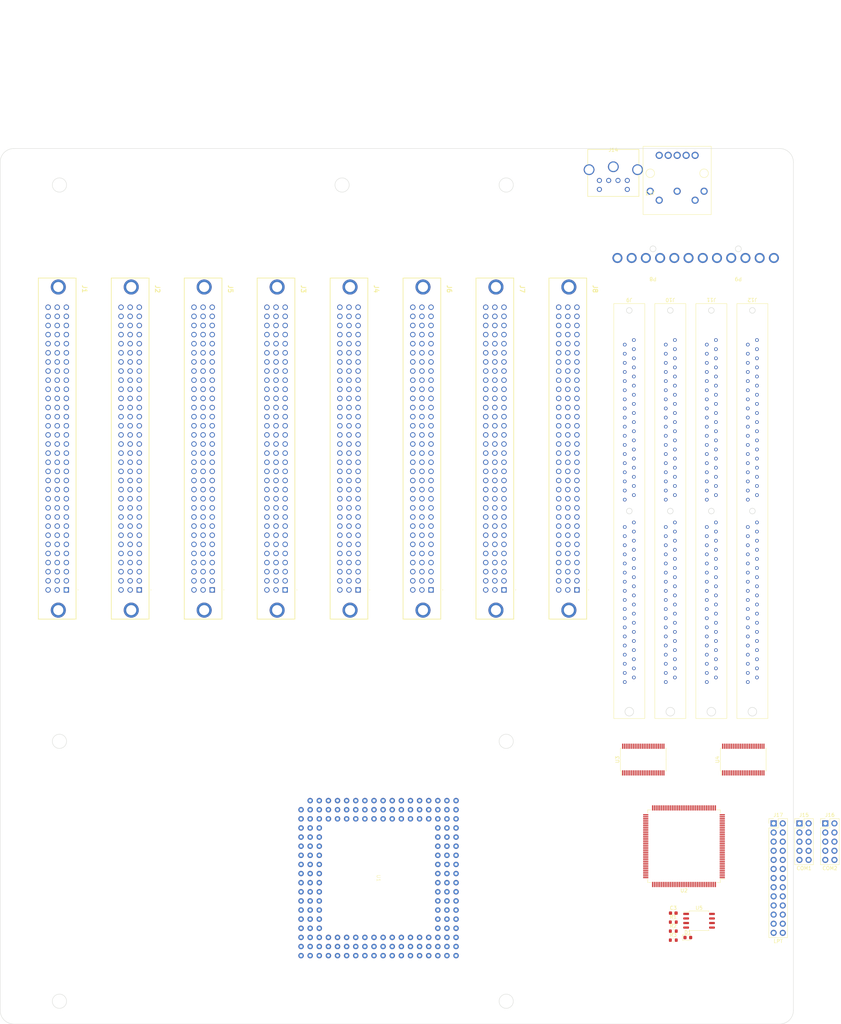
<source format=kicad_pcb>
(kicad_pcb (version 20221018) (generator pcbnew)
  (layers (0 "F.Cu" signal) (1 "In1.Cu" power) (2 "In2.Cu" power) (31 "B.Cu" signal) (34 "B.Paste" user) (35 "F.Paste" user) (36 "B.SilkS" user "B.Silkscreen") (37 "F.SilkS" user "F.Silkscreen") (38 "B.Mask" user) (39 "F.Mask" user) (44 "Edge.Cuts" user))
  (net 0 "")
  (net 1 "/GND_{O}")
  (net 2 "/V_{CC}_{O}")
  (net 3 "/V_{CC}_{L}")
  (net 4 "/GND_{L}")
  (net 5 "/GND_{P}")
  (net 6 "/V_{CC}_{P}")
  (net 7 "/TM2")
  (net 8 "/TM1")
  (net 9 "/R{slash}~{W}")
  (net 10 "/TM0")
  (net 11 "/TT1")
  (net 12 "/TT0")
  (net 13 "/SIZ1")
  (net 14 "/SIZ0")
  (net 15 "/TLN1")
  (net 16 "/UPA1")
  (net 17 "/UPA0")
  (net 18 "/~{MI}")
  (net 19 "/TLN0")
  (net 20 "/~{CIOUT}")
  (net 21 "/~{RSTO}")
  (net 22 "/BCLK")
  (net 23 "/PCLK")
  (net 24 "/PST2")
  (net 25 "/~{TIP}")
  (net 26 "/~{TS}")
  (net 27 "/~{LOCKE}")
  (net 28 "/~{IPEND}")
  (net 29 "/TDI")
  (net 30 "/TCK")
  (net 31 "/TMS")
  (net 32 "/~{MDIS}")
  (net 33 "/~{RSTI}")
  (net 34 "/~{TBI}")
  (net 35 "/SC1")
  (net 36 "/~{TEA}")
  (net 37 "/PST1")
  (net 38 "/~{LOCK}")
  (net 39 "/TDO")
  (net 40 "/~{TSRT}")
  (net 41 "/~{CDIS}")
  (net 42 "/~{IPL2}")
  (net 43 "/~{IPL1}")
  (net 44 "/~{IPL0}")
  (net 45 "/JS0")
  (net 46 "/~{TCI}")
  (net 47 "/~{AVEC}")
  (net 48 "/SC0")
  (net 49 "/~{BG}")
  (net 50 "/~{TA}")
  (net 51 "/PST0")
  (net 52 "/PST3")
  (net 53 "/~{BB}")
  (net 54 "/~{BR}")
  (net 55 "GND")
  (net 56 "+3V3")
  (net 57 "/Memory/DRAM_A0")
  (net 58 "/Memory/DRAM_A1")
  (net 59 "/Memory/DRAM_A2")
  (net 60 "/Memory/DRAM_A3")
  (net 61 "/Memory/DRAM_A4")
  (net 62 "/Memory/DRAM_A5")
  (net 63 "/Memory/DRAM_A6")
  (net 64 "/Memory/DRAM_A10")
  (net 65 "/Memory/DRAM_A7")
  (net 66 "/Memory/DRAM_A11")
  (net 67 "/Memory/DRAM_A8")
  (net 68 "/Memory/DRAM_A9")
  (net 69 "/Memory/~{RAS3}")
  (net 70 "/Memory/~{RAS2}")
  (net 71 "/Memory/~{CAS_A0}")
  (net 72 "/Memory/~{CAS_A2}")
  (net 73 "/Memory/~{CAS_A3}")
  (net 74 "/Memory/~{CAS_A1}")
  (net 75 "/Memory/~{RAS0}")
  (net 76 "/Memory/~{RAS1}")
  (net 77 "/Memory/DRAM_R{slash}~{W}")
  (net 78 "/Memory/PD_{A}1")
  (net 79 "/Memory/PD_{A}2")
  (net 80 "/Memory/PD_{A}3")
  (net 81 "/Memory/PD_{A}4")
  (net 82 "/Memory/~{CAS_B0}")
  (net 83 "/Memory/~{CAS_B2}")
  (net 84 "/Memory/~{CAS_B3}")
  (net 85 "/Memory/~{CAS_B1}")
  (net 86 "/Memory/PD_{B}1")
  (net 87 "/Memory/PD_{B}2")
  (net 88 "/Memory/PD_{B}3")
  (net 89 "/Memory/PD_{B}4")
  (net 90 "/Memory/~{CAS_C0}")
  (net 91 "/Memory/~{CAS_C2}")
  (net 92 "/Memory/~{CAS_C3}")
  (net 93 "/Memory/~{CAS_C1}")
  (net 94 "/Memory/PD_{C}1")
  (net 95 "/Memory/PD_{C}2")
  (net 96 "/Memory/PD_{C}3")
  (net 97 "/Memory/PD_{C}4")
  (net 98 "/Memory/~{CAS_D0}")
  (net 99 "/Memory/~{CAS_D2}")
  (net 100 "/Memory/~{CAS_D3}")
  (net 101 "/Memory/~{CAS_D1}")
  (net 102 "/Memory/PD_{D}1")
  (net 103 "/Memory/PD_{D}2")
  (net 104 "/Memory/PD_{D}3")
  (net 105 "/Memory/PD_{D}4")
  (net 110 "Net-(U2E-GND-Pad103)")
  (net 111 "Net-(U2D-VCCIO_3-Pad30)")
  (net 130 "Net-(U2E-VCC-Pad111)")
  (net 139 "Net-(U2C-VCCIO_2-Pad46)")
  (net 147 "/Memory/CDONE")
  (net 149 "/Memory/FLASH_SS")
  (net 150 "/Memory/FLASH_SCK")
  (net 151 "/Memory/FLASH_MOSI")
  (net 152 "/Memory/FLASH_MISO")
  (net 168 "Net-(U2B-VCCIO_1-Pad100)")
  (net 171 "Net-(U2A-VCCIO_0-Pad123)")
  (net 190 "/Expansion/A1")
  (net 191 "/Expansion/A3")
  (net 192 "/Expansion/A5")
  (net 193 "/Expansion/A7")
  (net 194 "/Expansion/A9")
  (net 195 "/Expansion/A11")
  (net 196 "/Expansion/A13")
  (net 197 "/Expansion/A15")
  (net 198 "/Expansion/A17")
  (net 199 "/Expansion/A19")
  (net 243 "/Expansion/A0")
  (net 244 "/Expansion/A20")
  (net 245 "/Expansion/A21")
  (net 246 "/Expansion/A22")
  (net 247 "/Expansion/A23")
  (net 248 "/Expansion/A24")
  (net 249 "/Expansion/A25")
  (net 250 "/Expansion/A26")
  (net 251 "/Expansion/A27")
  (net 252 "/Expansion/A28")
  (net 253 "/Expansion/A29")
  (net 254 "/Expansion/A30")
  (net 255 "/Expansion/A31")
  (net 262 "/Expansion/A2")
  (net 263 "/Expansion/A4")
  (net 264 "/Expansion/A6")
  (net 265 "/Expansion/A8")
  (net 266 "/Expansion/A10")
  (net 267 "/Expansion/A12")
  (net 268 "/Expansion/A14")
  (net 269 "/Expansion/A16")
  (net 270 "/Expansion/A18")
  (net 475 "/Memory/DRAM_D0")
  (net 476 "/Memory/DRAM_D16")
  (net 477 "/Memory/DRAM_D1")
  (net 478 "/Memory/DRAM_D17")
  (net 479 "/Memory/DRAM_D2")
  (net 480 "/Memory/DRAM_D18")
  (net 481 "/Memory/DRAM_D3")
  (net 482 "/Memory/DRAM_D19")
  (net 483 "/Memory/DRAM_D4")
  (net 484 "/Memory/DRAM_D20")
  (net 485 "/Memory/DRAM_D5")
  (net 486 "/Memory/DRAM_D21")
  (net 487 "/Memory/DRAM_D6")
  (net 488 "/Memory/DRAM_D22")
  (net 489 "/Memory/DRAM_D7")
  (net 490 "/Memory/DRAM_D23")
  (net 491 "/Memory/DRAM_D8")
  (net 492 "/Memory/DRAM_D24")
  (net 493 "/Memory/DRAM_D9")
  (net 494 "/Memory/DRAM_D25")
  (net 495 "/Memory/DRAM_D10")
  (net 496 "/Memory/DRAM_D26")
  (net 497 "/Memory/DRAM_D11")
  (net 498 "/Memory/DRAM_D27")
  (net 499 "/Memory/DRAM_D12")
  (net 500 "/Memory/DRAM_D28")
  (net 501 "/Memory/DRAM_D29")
  (net 502 "/Memory/DRAM_D13")
  (net 503 "/Memory/DRAM_D30")
  (net 504 "/Memory/DRAM_D14")
  (net 505 "/Memory/DRAM_D31")
  (net 506 "/Memory/DRAM_D15")
  (net 507 "/Memory/DRAM_BUF_DIR")
  (net 508 "/Memory/DRAM_BUF_~{OE}")
  (net 511 "/IO/KB_CLK")
  (net 512 "/IO/KB_DAT")
  (net 514 "Net-(C1-Pad1)")
  (net 515 "/PWR_GD")
  (net 516 "+5V")
  (net 517 "+12V")
  (net 518 "-12V")
  (net 519 "-5V")
  (net 520 "/IO/COM1_DCD")
  (net 521 "/IO/COM1_RXD")
  (net 522 "/IO/COM1_TXD")
  (net 523 "/IO/COM1_DTR")
  (net 524 "/IO/COM1_DSR")
  (net 525 "/IO/COM1_RTS")
  (net 526 "/IO/COM1_CTS")
  (net 527 "/IO/COM1_RI")
  (net 528 "/IO/COM2_DCD")
  (net 529 "/IO/COM2_RXD")
  (net 530 "/IO/COM2_TXD")
  (net 531 "/IO/COM2_DTR")
  (net 532 "/IO/COM2_DSR")
  (net 533 "/IO/COM2_RTS")
  (net 534 "/IO/COM2_CTS")
  (net 535 "/IO/COM2_RI")
  (net 536 "/IO/LPT_~{STB}")
  (net 537 "/IO/LPT_~{AFD}")
  (net 538 "/IO/LPT_D0")
  (net 539 "/IO/LPT_~{ERR}")
  (net 540 "/IO/LPT_D1")
  (net 541 "/IO/LPT_~{INIT}")
  (net 542 "/IO/LPT_D2")
  (net 543 "/IO/LPT_~{SLIN}")
  (net 544 "/IO/LPT_D3")
  (net 545 "/IO/LPT_D4")
  (net 546 "/IO/LPT_D5")
  (net 547 "/IO/LPT_D6")
  (net 548 "/IO/LPT_D7")
  (net 549 "/IO/LPT_~{ACK}")
  (net 550 "/IO/LPT_BUSY")
  (net 551 "/IO/LPT_PE")
  (net 552 "/IO/LPT_SEL")
  (net 553 "/Expansion/D0")
  (net 554 "/Expansion/D2")
  (net 555 "/Expansion/D4")
  (net 556 "/Expansion/D6")
  (net 557 "/Expansion/D8")
  (net 558 "/Expansion/D10")
  (net 559 "/Expansion/D12")
  (net 560 "/Expansion/D14")
  (net 561 "/Expansion/D1")
  (net 562 "/Expansion/D3")
  (net 563 "/Expansion/D5")
  (net 564 "/Expansion/D7")
  (net 565 "/Expansion/D9")
  (net 566 "/Expansion/D11")
  (net 567 "/Expansion/D13")
  (net 568 "/Expansion/D15")
  (net 569 "/Expansion/D16")
  (net 570 "/Expansion/D17")
  (net 571 "/Expansion/D18")
  (net 572 "/Expansion/D19")
  (net 573 "/Expansion/D20")
  (net 574 "/Expansion/D21")
  (net 575 "/Expansion/D22")
  (net 576 "/Expansion/D23")
  (net 577 "/Expansion/D24")
  (net 578 "/Expansion/D25")
  (net 579 "/Expansion/D26")
  (net 580 "/Expansion/D27")
  (net 581 "/Expansion/D28")
  (net 582 "/Expansion/D29")
  (net 583 "/Expansion/D30")
  (net 584 "/Expansion/D31")
  (net 585 "/IO/MOU_DAT")
  (net 587 "Net-(C2-Pad1)")
  (net 588 "/IO/MOU_CLK")
  (footprint "Capacitor_SMD:C_0603_1608Metric" (layer "F.Cu") (at 247.205 278.982)
    (fp_text reference "C3")
    (fp_text value "0.1u")
  )
  (footprint "Connector_PinHeader_2.54mm:PinHeader_2x13_P2.54mm_Vertical" (layer "F.Cu") (at 275.16 254)
    (fp_text reference "J17")
    (fp_text value "LPT")
  )
  (footprint "68040:SIMM-72" (layer "F.Cu") (at 270.51 119.38 90)
    (fp_text reference "J12")
    (fp_text value "~")
    (fp_circle (center -103.505 -1.27) (end -102.2985 -1.27) (stroke (width 0.12)) (fill none) (layer "Edge.Cuts"))
    (fp_circle (center -47.625 -1.27) (end -46.83125 -1.27) (stroke (width 0.12)) (fill none) (layer "Edge.Cuts"))
    (fp_circle (center 8.255 -1.27) (end 9.04875 -1.27) (stroke (width 0.12)) (fill none) (layer "Edge.Cuts"))
  )
  (footprint "68040:EXP" (layer "F.Cu") (at 220.36088 188.976 -90)
    (fp_text reference "J8")
    (fp_text value "EXP" hide)
  )
  (footprint "Connector_PinHeader_2.54mm:PinHeader_2x05_P2.54mm_Vertical" (layer "F.Cu") (at 289.56 254)
    (fp_text reference "J16")
    (fp_text value "COM2")
  )
  (footprint "68040:DIN5-180" (layer "F.Cu") (at 240.785 77.93 180)
    (fp_text reference "J13")
    (fp_text value "DIN-5_180degree")
  )
  (footprint "Connector_PinHeader_2.54mm:PinHeader_2x05_P2.54mm_Vertical" (layer "F.Cu") (at 282.36 254)
    (fp_text reference "J15")
    (fp_text value "COM1")
  )
  (footprint "Resistor_SMD:R_0603_1608Metric" (layer "F.Cu") (at 247.205 284.002)
    (fp_text reference "R2")
    (fp_text value "10K")
  )
  (footprint "68040:SIMM-72" (layer "F.Cu") (at 247.65 119.38 90)
    (fp_text reference "J10")
    (fp_text value "~")
    (fp_circle (center -103.505 -1.27) (end -102.2985 -1.27) (stroke (width 0.12)) (fill none) (layer "Edge.Cuts"))
    (fp_circle (center -47.625 -1.27) (end -46.83125 -1.27) (stroke (width 0.12)) (fill none) (layer "Edge.Cuts"))
    (fp_circle (center 8.255 -1.27) (end 9.04875 -1.27) (stroke (width 0.12)) (fill none) (layer "Edge.Cuts"))
  )
  (footprint "68040:EXP" (layer "F.Cu") (at 179.72088 188.976 -90)
    (fp_text reference "J6")
    (fp_text value "EXP" hide)
  )
  (footprint "Package_QFP:TQFP-144_20x20mm_P0.5mm" (layer "F.Cu") (at 250.19 260.35 180)
    (fp_text reference "U2")
    (fp_text value "ICE40HX4K-TQ144")
  )
  (footprint "68040:EXP" (layer "F.Cu") (at 98.44088 188.976 -90)
    (fp_text reference "J2")
    (fp_text value "EXP" hide)
  )
  (footprint "Package_SO:SOIC-8_5.23x5.23mm_P1.27mm" (layer "F.Cu") (at 254.385 281.112)
    (fp_text reference "U5")
    (fp_text value "W25Q32JVSSIM")
  )
  (footprint "LED_SMD:LED_0603_1608Metric" (layer "F.Cu") (at 251.255 285.792)
    (fp_text reference "D1")
    (fp_text value "LTST-C191KGKT")
  )
  (footprint "68040:EXP" (layer "F.Cu") (at 200.04088 188.976 -90)
    (fp_text reference "J7")
    (fp_text value "EXP" hide)
  )
  (footprint "Resistor_SMD:R_0603_1608Metric" (layer "F.Cu") (at 247.205 286.512)
    (fp_text reference "R3")
    (fp_text value "10K")
  )
  (footprint "Package_SO:TSSOP-48_6.1x12.5mm_P0.5mm" (layer "F.Cu") (at 238.844 236.22 90)
    (fp_text reference "U3")
    (fp_text value "SN74ALVC164245")
  )
  (footprint "68040:EXP" (layer "F.Cu") (at 159.40088 188.976 -90)
    (fp_text reference "J4")
    (fp_text value "EXP" hide)
  )
  (footprint "68040:EXP" (layer "F.Cu") (at 118.76088 188.976 -90)
    (fp_text reference "J5")
    (fp_text value "EXP" hide)
  )
  (footprint "68040:SIMM-72" (layer "F.Cu") (at 236.22 119.38 90)
    (fp_text reference "J9")
    (fp_text value "~")
    (fp_circle (center -103.505 -1.27) (end -102.2985 -1.27) (stroke (width 0.12)) (fill none) (layer "Edge.Cuts"))
    (fp_circle (center -47.625 -1.27) (end -46.83125 -1.27) (stroke (width 0.12)) (fill none) (layer "Edge.Cuts"))
    (fp_circle (center 8.255 -1.27) (end 9.04875 -1.27) (stroke (width 0.12)) (fill none) (layer "Edge.Cuts"))
  )
  (footprint "68040:15-48-0106" (layer "F.Cu") (at 255.4224 96.52 180)
    (fp_text reference "P9")
    (fp_text value "Conn_01x06")
    (fp_circle (center -9.906 2.54) (end -9.0805 2.54) (stroke (width 0.12)) (fill none) (layer "Edge.Cuts"))
  )
  (footprint "68040:SIMM-72" (layer "F.Cu") (at 259.08 119.38 90)
    (fp_text reference "J11")
    (fp_text value "~")
    (fp_circle (center -103.505 -1.27) (end -102.2985 -1.27) (stroke (width 0.12)) (fill none) (layer "Edge.Cuts"))
    (fp_circle (center -47.625 -1.27) (end -46.83125 -1.27) (stroke (width 0.12)) (fill none) (layer "Edge.Cuts"))
    (fp_circle (center 8.255 -1.27) (end 9.04875 -1.27) (stroke (width 0.12)) (fill none) (layer "Edge.Cuts"))
  )
  (footprint "68040:EXP" (layer "F.Cu") (at 78.12088 188.976 -90)
    (fp_text reference "J1")
    (fp_text value "EXP" hide)
  )
  (footprint "68040:Mini-DIN6" (layer "F.Cu") (at 226.6188 74.9246)
    (fp_text reference "J14")
    (fp_text value "Mini-DIN-6")
  )
  (footprint "68040:EXP" (layer "F.Cu") (at 139.08088 188.976 -90)
    (fp_text reference "J3")
    (fp_text value "EXP" hide)
  )
  (footprint "Resistor_SMD:R_0603_1608Metric" (layer "F.Cu") (at 247.205 281.492)
    (fp_text reference "R1")
    (fp_text value "2.2K")
  )
  (footprint "Package_SO:TSSOP-48_6.1x12.5mm_P0.5mm" (layer "F.Cu") (at 266.7 236.22 90)
    (fp_text reference "U4")
    (fp_text value "SN74ALVC164245")
  )
  (footprint "68040:15-48-0106" (layer "F.Cu") (at 231.648 96.52 180)
    (fp_text reference "P8")
    (fp_text value "Conn_01x06")
    (fp_circle (center -9.906 2.54) (end -9.0805 2.54) (stroke (width 0.12)) (fill none) (layer "Edge.Cuts"))
  )
  (footprint "68040:PGA179" (layer "F.Cu") (at 186.69 247.65 -90)
    (fp_text reference "U1")
    (fp_text value "68LC040")
  )
  (gr_circle locked (center 200.66 231.14) (end 202.6412 231.14) (stroke (width 0.1)) (fill none) (layer "Edge.Cuts"))
  (gr_circle locked (center 200.66 76.2) (end 202.6412 76.2) (stroke (width 0.1)) (fill none) (layer "Edge.Cuts"))
  (gr_line locked (start 63.5 309.88) (end 276.86 309.88) (stroke (width 0.1)) (layer "Edge.Cuts"))
  (gr_circle locked (center 76.2 231.14) (end 78.1812 231.14) (stroke (width 0.1)) (fill none) (layer "Edge.Cuts"))
  (gr_arc locked (start 280.67 306.07) (mid 279.554077 308.764077) (end 276.86 309.88) (stroke (width 0.1)) (layer "Edge.Cuts"))
  (gr_circle locked (center 76.2 76.2) (end 78.1812 76.2) (stroke (width 0.1)) (fill none) (layer "Edge.Cuts"))
  (gr_line locked (start 59.69 69.85) (end 59.69 306.07) (stroke (width 0.1)) (layer "Edge.Cuts"))
  (gr_arc locked (start 59.69 69.85) (mid 60.805923 67.155923) (end 63.5 66.04) (stroke (width 0.1)) (layer "Edge.Cuts"))
  (gr_arc locked (start 63.5 309.88) (mid 60.805923 308.764077) (end 59.69 306.07) (stroke (width 0.1)) (layer "Edge.Cuts"))
  (gr_line locked (start 280.67 69.85) (end 280.67 306.07) (stroke (width 0.1)) (layer "Edge.Cuts"))
  (gr_arc locked (start 276.86 66.04) (mid 279.554077 67.155923) (end 280.67 69.85) (stroke (width 0.1)) (layer "Edge.Cuts"))
  (gr_line locked (start 276.86 66.04) (end 63.5 66.04) (stroke (width 0.1)) (layer "Edge.Cuts"))
  (gr_circle locked (center 76.2 303.53) (end 78.1812 303.53) (stroke (width 0.1)) (fill none) (layer "Edge.Cuts"))
  (gr_circle locked (center 154.94 76.2) (end 156.9212 76.2) (stroke (width 0.1)) (fill none) (layer "Edge.Cuts"))
  (gr_circle locked (center 200.66 303.53) (end 202.6412 303.53) (stroke (width 0.1)) (fill none) (layer "Edge.Cuts"))
)
</source>
